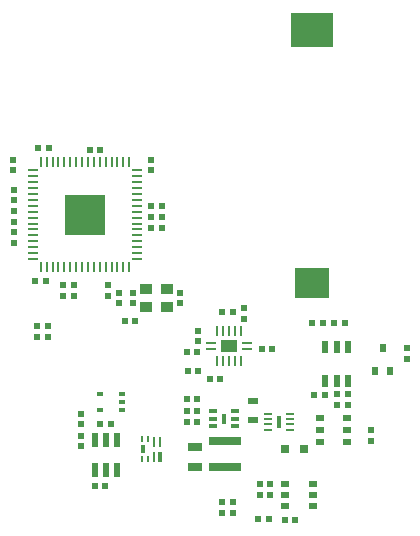
<source format=gbp>
G04 Layer_Color=128*
%FSLAX44Y44*%
%MOMM*%
G71*
G01*
G75*
%ADD12R,0.5500X0.5500*%
%ADD13R,0.5500X0.5500*%
%ADD27R,0.8000X0.8000*%
%ADD40R,0.9500X0.5500*%
%ADD83R,0.7500X0.3000*%
%ADD85R,0.6200X1.2200*%
%ADD90R,3.6000X3.0000*%
%ADD91R,3.0000X2.6000*%
%ADD92R,0.7000X0.2500*%
%ADD94R,2.7000X0.8000*%
%ADD95R,0.6000X1.0500*%
%ADD96R,0.5000X0.4000*%
%ADD97O,0.2500X0.8500*%
%ADD98O,0.8500X0.2500*%
%ADD100R,1.0000X0.9000*%
%ADD101R,1.3000X0.7000*%
%ADD102R,0.6990X0.5080*%
%ADD103R,1.4000X1.0000*%
%ADD104R,0.2400X0.9000*%
%ADD105R,0.9000X0.2400*%
%ADD106R,0.8000X0.5500*%
%ADD107R,0.5600X0.6500*%
%ADD196R,0.3800X0.9300*%
%ADD197R,0.3800X0.6400*%
%ADD198R,0.2400X0.5400*%
%ADD199R,0.2400X0.9400*%
%ADD200R,0.3400X0.9400*%
%ADD201R,0.4000X1.1300*%
%ADD202R,3.3500X3.3500*%
D12*
X272000Y162750D02*
D03*
X281000D02*
D03*
X198750Y101500D02*
D03*
X207750D02*
D03*
X199000Y333750D02*
D03*
X190000D02*
D03*
X145500Y175000D02*
D03*
X154500D02*
D03*
X380250Y125750D02*
D03*
X389250D02*
D03*
X273000Y146250D02*
D03*
X282000D02*
D03*
X242000Y267500D02*
D03*
X251000D02*
D03*
X242000Y285750D02*
D03*
X251000D02*
D03*
X251000Y276500D02*
D03*
X242000D02*
D03*
X146500Y335000D02*
D03*
X155500D02*
D03*
X144000Y222500D02*
D03*
X153000D02*
D03*
X272000Y103250D02*
D03*
X281000D02*
D03*
X272000Y112750D02*
D03*
X281000D02*
D03*
Y122250D02*
D03*
X272000D02*
D03*
X194250Y48750D02*
D03*
X203250D02*
D03*
X396750Y187000D02*
D03*
X405750D02*
D03*
X378500Y187000D02*
D03*
X387500D02*
D03*
X228750Y188500D02*
D03*
X219750D02*
D03*
X145500Y184250D02*
D03*
X154500D02*
D03*
X344500Y165000D02*
D03*
X335500D02*
D03*
X291500Y139250D02*
D03*
X300500D02*
D03*
X311250Y196000D02*
D03*
X302250D02*
D03*
X334000Y41500D02*
D03*
X343000D02*
D03*
X334000Y51000D02*
D03*
X343000D02*
D03*
X311000Y35250D02*
D03*
X302000D02*
D03*
Y26250D02*
D03*
X311000D02*
D03*
X364000Y20250D02*
D03*
X355000D02*
D03*
X341750Y21250D02*
D03*
X332750D02*
D03*
D13*
X126000Y263750D02*
D03*
Y254750D02*
D03*
X214750Y203750D02*
D03*
Y212750D02*
D03*
X167250Y210250D02*
D03*
Y219250D02*
D03*
X281500Y171500D02*
D03*
Y180500D02*
D03*
X205500Y219000D02*
D03*
Y210000D02*
D03*
X226500Y212750D02*
D03*
Y203750D02*
D03*
X266500Y203750D02*
D03*
Y212750D02*
D03*
X427750Y96250D02*
D03*
Y87250D02*
D03*
X182250Y101250D02*
D03*
Y110250D02*
D03*
X182250Y82750D02*
D03*
Y91750D02*
D03*
X399000Y118000D02*
D03*
Y127000D02*
D03*
X408500Y118000D02*
D03*
Y127000D02*
D03*
X242250Y316250D02*
D03*
Y325250D02*
D03*
X177000Y210250D02*
D03*
Y219250D02*
D03*
X126000Y272750D02*
D03*
Y281750D02*
D03*
X126000Y290750D02*
D03*
Y299750D02*
D03*
X125250Y325250D02*
D03*
Y316250D02*
D03*
X320750Y199750D02*
D03*
Y190750D02*
D03*
X458250Y156750D02*
D03*
Y165750D02*
D03*
D27*
X371000Y80500D02*
D03*
X355000D02*
D03*
D40*
X328250Y120750D02*
D03*
Y104750D02*
D03*
D83*
X313400Y112500D02*
D03*
Y106000D02*
D03*
Y99500D02*
D03*
X294600Y112500D02*
D03*
Y106000D02*
D03*
Y99500D02*
D03*
D85*
X213250Y62150D02*
D03*
Y88350D02*
D03*
X194250D02*
D03*
Y62150D02*
D03*
X203750Y88350D02*
D03*
Y62150D02*
D03*
D90*
X378000Y435251D02*
D03*
D91*
Y221251D02*
D03*
D92*
X341250Y110250D02*
D03*
Y105750D02*
D03*
Y101250D02*
D03*
Y96750D02*
D03*
X359750D02*
D03*
Y101250D02*
D03*
Y110250D02*
D03*
Y105750D02*
D03*
D94*
X304250Y86750D02*
D03*
Y64750D02*
D03*
D95*
X389500Y138250D02*
D03*
X399000D02*
D03*
X408500D02*
D03*
Y166750D02*
D03*
X399000D02*
D03*
X389500D02*
D03*
D96*
X217500Y120000D02*
D03*
Y113500D02*
D03*
Y126500D02*
D03*
X198500D02*
D03*
Y113500D02*
D03*
D97*
X223500Y234500D02*
D03*
X218500D02*
D03*
X213500D02*
D03*
X208500D02*
D03*
X203500D02*
D03*
X198500D02*
D03*
X193500D02*
D03*
X188500D02*
D03*
X183500D02*
D03*
X178500D02*
D03*
X173500D02*
D03*
X168500D02*
D03*
X163500D02*
D03*
X158500D02*
D03*
X153500D02*
D03*
X148500D02*
D03*
Y323000D02*
D03*
X153500D02*
D03*
X158500D02*
D03*
X163500D02*
D03*
X168500D02*
D03*
X173500D02*
D03*
X178500D02*
D03*
X183500D02*
D03*
X188500D02*
D03*
X193500D02*
D03*
X198500D02*
D03*
X203500D02*
D03*
X208500D02*
D03*
X213500D02*
D03*
X218500D02*
D03*
X223500D02*
D03*
D98*
X141750Y241250D02*
D03*
Y246250D02*
D03*
Y251250D02*
D03*
Y256250D02*
D03*
Y261250D02*
D03*
Y266250D02*
D03*
Y271250D02*
D03*
Y276250D02*
D03*
Y281250D02*
D03*
Y286250D02*
D03*
Y291250D02*
D03*
Y296250D02*
D03*
Y301250D02*
D03*
Y306250D02*
D03*
Y311250D02*
D03*
Y316250D02*
D03*
X230250D02*
D03*
Y311250D02*
D03*
Y306250D02*
D03*
Y301250D02*
D03*
Y296250D02*
D03*
Y291250D02*
D03*
Y286250D02*
D03*
Y281250D02*
D03*
Y276250D02*
D03*
Y271250D02*
D03*
Y266250D02*
D03*
Y261250D02*
D03*
Y256250D02*
D03*
Y251250D02*
D03*
Y246250D02*
D03*
Y241250D02*
D03*
D100*
X255750Y216000D02*
D03*
X237250D02*
D03*
X255750Y200500D02*
D03*
X237250D02*
D03*
D101*
X278750Y64750D02*
D03*
Y81750D02*
D03*
D102*
X384870Y86650D02*
D03*
X408130D02*
D03*
Y106850D02*
D03*
X384870D02*
D03*
Y96750D02*
D03*
X408130D02*
D03*
D103*
X308000Y167500D02*
D03*
D104*
Y154500D02*
D03*
Y180500D02*
D03*
X303000D02*
D03*
X298000D02*
D03*
X313000D02*
D03*
X318000D02*
D03*
Y154500D02*
D03*
X313000D02*
D03*
X303000D02*
D03*
X298000D02*
D03*
D105*
X292500Y165000D02*
D03*
Y170000D02*
D03*
X323500Y165000D02*
D03*
Y170000D02*
D03*
D106*
X379000Y41500D02*
D03*
Y51000D02*
D03*
Y32000D02*
D03*
X355000D02*
D03*
Y41500D02*
D03*
Y51000D02*
D03*
D107*
X431800Y146750D02*
D03*
X444200D02*
D03*
X438000Y165750D02*
D03*
D196*
X304000Y106000D02*
D03*
D197*
X235450Y80000D02*
D03*
D198*
X234250Y71500D02*
D03*
X239250D02*
D03*
X234250Y88500D02*
D03*
X239250D02*
D03*
D199*
X244250Y73500D02*
D03*
X249250Y86500D02*
D03*
X244250D02*
D03*
D200*
X249750Y73500D02*
D03*
D201*
X350500Y103500D02*
D03*
D202*
X186000Y278750D02*
D03*
M02*

</source>
